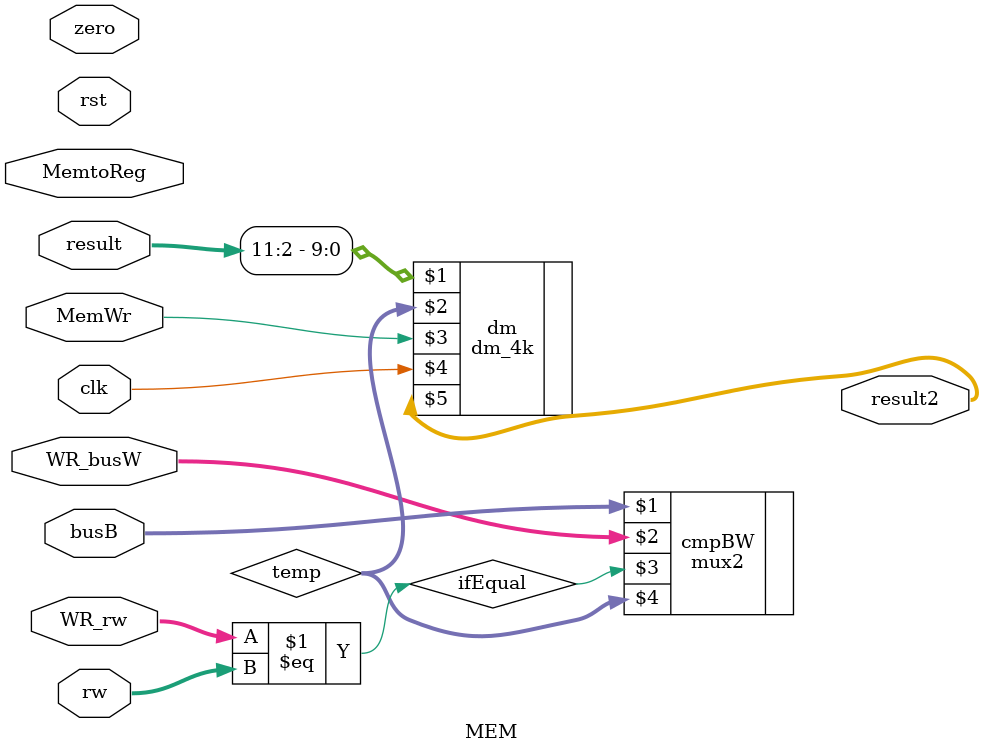
<source format=v>
module MEM(clk,rst,busB,MemWr,MemtoReg,zero,rw,result,result2,WR_rw,WR_busW);
input clk,rst;
input [31:0] busB,result,WR_busW;
input [4:0] rw,WR_rw;
input MemWr,MemtoReg,zero;
output [31:0] result2;
wire ifEqual;
wire [31:0] temp;
assign ifEqual = (WR_rw == rw);
mux2 cmpBW(busB,WR_busW,ifEqual,temp);
dm_4k dm(result[11:2],temp,MemWr,clk,result2);
endmodule 

</source>
